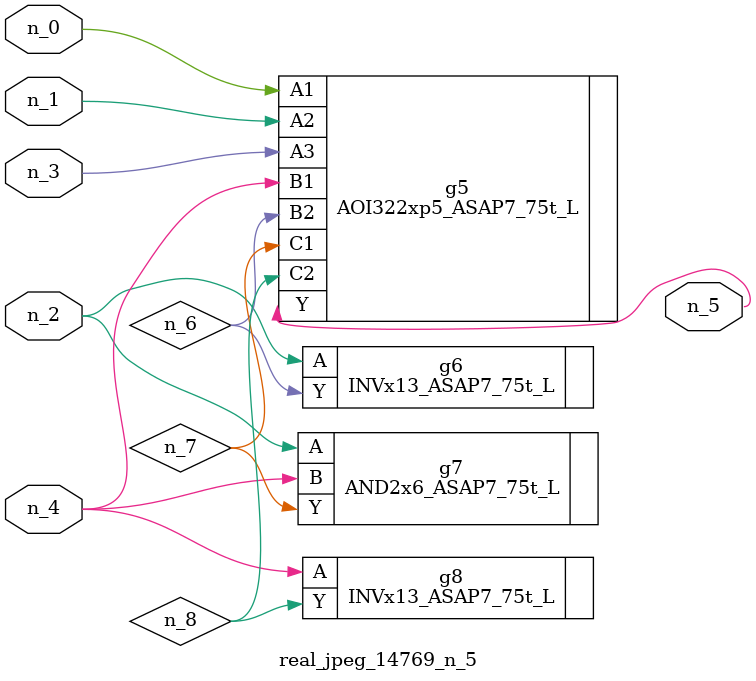
<source format=v>
module real_jpeg_14769_n_5 (n_4, n_0, n_1, n_2, n_3, n_5);

input n_4;
input n_0;
input n_1;
input n_2;
input n_3;

output n_5;

wire n_8;
wire n_6;
wire n_7;

AOI322xp5_ASAP7_75t_L g5 ( 
.A1(n_0),
.A2(n_1),
.A3(n_3),
.B1(n_4),
.B2(n_6),
.C1(n_7),
.C2(n_8),
.Y(n_5)
);

INVx13_ASAP7_75t_L g6 ( 
.A(n_2),
.Y(n_6)
);

AND2x6_ASAP7_75t_L g7 ( 
.A(n_2),
.B(n_4),
.Y(n_7)
);

INVx13_ASAP7_75t_L g8 ( 
.A(n_4),
.Y(n_8)
);


endmodule
</source>
